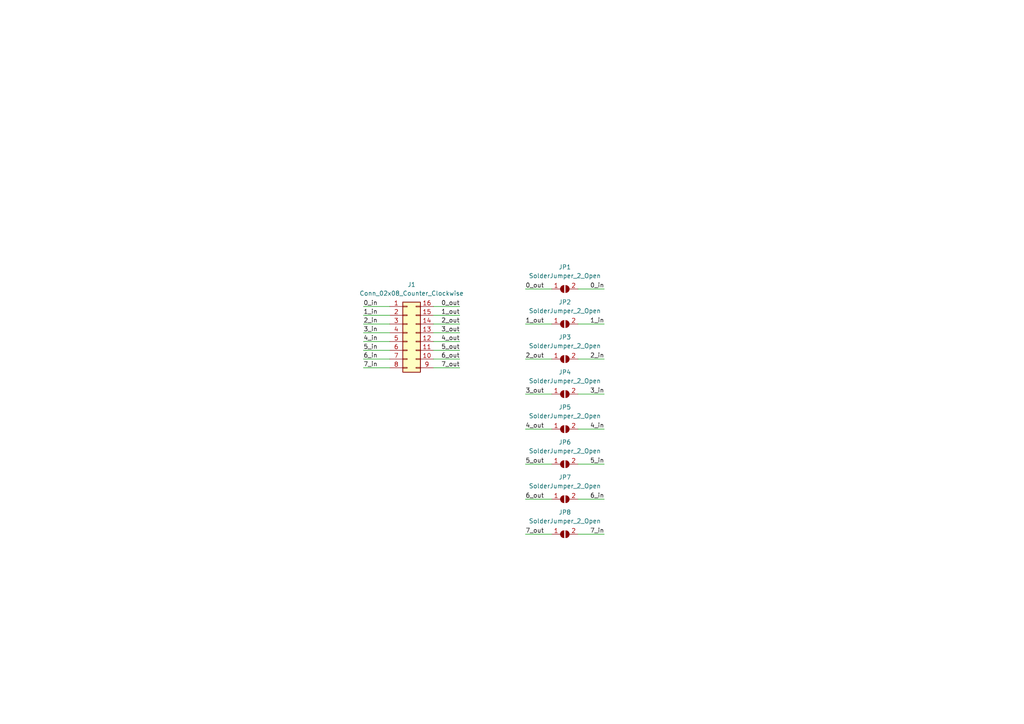
<source format=kicad_sch>
(kicad_sch (version 20211123) (generator eeschema)

  (uuid b424bbc4-82ec-4499-b1ae-ced6a441807c)

  (paper "A4")

  (lib_symbols
    (symbol "Connector_Generic:Conn_02x08_Counter_Clockwise" (pin_names (offset 1.016) hide) (in_bom yes) (on_board yes)
      (property "Reference" "J" (id 0) (at 1.27 10.16 0)
        (effects (font (size 1.27 1.27)))
      )
      (property "Value" "Conn_02x08_Counter_Clockwise" (id 1) (at 1.27 -12.7 0)
        (effects (font (size 1.27 1.27)))
      )
      (property "Footprint" "" (id 2) (at 0 0 0)
        (effects (font (size 1.27 1.27)) hide)
      )
      (property "Datasheet" "~" (id 3) (at 0 0 0)
        (effects (font (size 1.27 1.27)) hide)
      )
      (property "ki_keywords" "connector" (id 4) (at 0 0 0)
        (effects (font (size 1.27 1.27)) hide)
      )
      (property "ki_description" "Generic connector, double row, 02x08, counter clockwise pin numbering scheme (similar to DIP package numbering), script generated (kicad-library-utils/schlib/autogen/connector/)" (id 5) (at 0 0 0)
        (effects (font (size 1.27 1.27)) hide)
      )
      (property "ki_fp_filters" "Connector*:*_2x??_*" (id 6) (at 0 0 0)
        (effects (font (size 1.27 1.27)) hide)
      )
      (symbol "Conn_02x08_Counter_Clockwise_1_1"
        (rectangle (start -1.27 -10.033) (end 0 -10.287)
          (stroke (width 0.1524) (type default) (color 0 0 0 0))
          (fill (type none))
        )
        (rectangle (start -1.27 -7.493) (end 0 -7.747)
          (stroke (width 0.1524) (type default) (color 0 0 0 0))
          (fill (type none))
        )
        (rectangle (start -1.27 -4.953) (end 0 -5.207)
          (stroke (width 0.1524) (type default) (color 0 0 0 0))
          (fill (type none))
        )
        (rectangle (start -1.27 -2.413) (end 0 -2.667)
          (stroke (width 0.1524) (type default) (color 0 0 0 0))
          (fill (type none))
        )
        (rectangle (start -1.27 0.127) (end 0 -0.127)
          (stroke (width 0.1524) (type default) (color 0 0 0 0))
          (fill (type none))
        )
        (rectangle (start -1.27 2.667) (end 0 2.413)
          (stroke (width 0.1524) (type default) (color 0 0 0 0))
          (fill (type none))
        )
        (rectangle (start -1.27 5.207) (end 0 4.953)
          (stroke (width 0.1524) (type default) (color 0 0 0 0))
          (fill (type none))
        )
        (rectangle (start -1.27 7.747) (end 0 7.493)
          (stroke (width 0.1524) (type default) (color 0 0 0 0))
          (fill (type none))
        )
        (rectangle (start -1.27 8.89) (end 3.81 -11.43)
          (stroke (width 0.254) (type default) (color 0 0 0 0))
          (fill (type background))
        )
        (rectangle (start 3.81 -10.033) (end 2.54 -10.287)
          (stroke (width 0.1524) (type default) (color 0 0 0 0))
          (fill (type none))
        )
        (rectangle (start 3.81 -7.493) (end 2.54 -7.747)
          (stroke (width 0.1524) (type default) (color 0 0 0 0))
          (fill (type none))
        )
        (rectangle (start 3.81 -4.953) (end 2.54 -5.207)
          (stroke (width 0.1524) (type default) (color 0 0 0 0))
          (fill (type none))
        )
        (rectangle (start 3.81 -2.413) (end 2.54 -2.667)
          (stroke (width 0.1524) (type default) (color 0 0 0 0))
          (fill (type none))
        )
        (rectangle (start 3.81 0.127) (end 2.54 -0.127)
          (stroke (width 0.1524) (type default) (color 0 0 0 0))
          (fill (type none))
        )
        (rectangle (start 3.81 2.667) (end 2.54 2.413)
          (stroke (width 0.1524) (type default) (color 0 0 0 0))
          (fill (type none))
        )
        (rectangle (start 3.81 5.207) (end 2.54 4.953)
          (stroke (width 0.1524) (type default) (color 0 0 0 0))
          (fill (type none))
        )
        (rectangle (start 3.81 7.747) (end 2.54 7.493)
          (stroke (width 0.1524) (type default) (color 0 0 0 0))
          (fill (type none))
        )
        (pin passive line (at -5.08 7.62 0) (length 3.81)
          (name "Pin_1" (effects (font (size 1.27 1.27))))
          (number "1" (effects (font (size 1.27 1.27))))
        )
        (pin passive line (at 7.62 -7.62 180) (length 3.81)
          (name "Pin_10" (effects (font (size 1.27 1.27))))
          (number "10" (effects (font (size 1.27 1.27))))
        )
        (pin passive line (at 7.62 -5.08 180) (length 3.81)
          (name "Pin_11" (effects (font (size 1.27 1.27))))
          (number "11" (effects (font (size 1.27 1.27))))
        )
        (pin passive line (at 7.62 -2.54 180) (length 3.81)
          (name "Pin_12" (effects (font (size 1.27 1.27))))
          (number "12" (effects (font (size 1.27 1.27))))
        )
        (pin passive line (at 7.62 0 180) (length 3.81)
          (name "Pin_13" (effects (font (size 1.27 1.27))))
          (number "13" (effects (font (size 1.27 1.27))))
        )
        (pin passive line (at 7.62 2.54 180) (length 3.81)
          (name "Pin_14" (effects (font (size 1.27 1.27))))
          (number "14" (effects (font (size 1.27 1.27))))
        )
        (pin passive line (at 7.62 5.08 180) (length 3.81)
          (name "Pin_15" (effects (font (size 1.27 1.27))))
          (number "15" (effects (font (size 1.27 1.27))))
        )
        (pin passive line (at 7.62 7.62 180) (length 3.81)
          (name "Pin_16" (effects (font (size 1.27 1.27))))
          (number "16" (effects (font (size 1.27 1.27))))
        )
        (pin passive line (at -5.08 5.08 0) (length 3.81)
          (name "Pin_2" (effects (font (size 1.27 1.27))))
          (number "2" (effects (font (size 1.27 1.27))))
        )
        (pin passive line (at -5.08 2.54 0) (length 3.81)
          (name "Pin_3" (effects (font (size 1.27 1.27))))
          (number "3" (effects (font (size 1.27 1.27))))
        )
        (pin passive line (at -5.08 0 0) (length 3.81)
          (name "Pin_4" (effects (font (size 1.27 1.27))))
          (number "4" (effects (font (size 1.27 1.27))))
        )
        (pin passive line (at -5.08 -2.54 0) (length 3.81)
          (name "Pin_5" (effects (font (size 1.27 1.27))))
          (number "5" (effects (font (size 1.27 1.27))))
        )
        (pin passive line (at -5.08 -5.08 0) (length 3.81)
          (name "Pin_6" (effects (font (size 1.27 1.27))))
          (number "6" (effects (font (size 1.27 1.27))))
        )
        (pin passive line (at -5.08 -7.62 0) (length 3.81)
          (name "Pin_7" (effects (font (size 1.27 1.27))))
          (number "7" (effects (font (size 1.27 1.27))))
        )
        (pin passive line (at -5.08 -10.16 0) (length 3.81)
          (name "Pin_8" (effects (font (size 1.27 1.27))))
          (number "8" (effects (font (size 1.27 1.27))))
        )
        (pin passive line (at 7.62 -10.16 180) (length 3.81)
          (name "Pin_9" (effects (font (size 1.27 1.27))))
          (number "9" (effects (font (size 1.27 1.27))))
        )
      )
    )
    (symbol "Jumper:SolderJumper_2_Open" (pin_names (offset 0) hide) (in_bom yes) (on_board yes)
      (property "Reference" "JP" (id 0) (at 0 2.032 0)
        (effects (font (size 1.27 1.27)))
      )
      (property "Value" "SolderJumper_2_Open" (id 1) (at 0 -2.54 0)
        (effects (font (size 1.27 1.27)))
      )
      (property "Footprint" "" (id 2) (at 0 0 0)
        (effects (font (size 1.27 1.27)) hide)
      )
      (property "Datasheet" "~" (id 3) (at 0 0 0)
        (effects (font (size 1.27 1.27)) hide)
      )
      (property "ki_keywords" "solder jumper SPST" (id 4) (at 0 0 0)
        (effects (font (size 1.27 1.27)) hide)
      )
      (property "ki_description" "Solder Jumper, 2-pole, open" (id 5) (at 0 0 0)
        (effects (font (size 1.27 1.27)) hide)
      )
      (property "ki_fp_filters" "SolderJumper*Open*" (id 6) (at 0 0 0)
        (effects (font (size 1.27 1.27)) hide)
      )
      (symbol "SolderJumper_2_Open_0_1"
        (arc (start -0.254 1.016) (mid -1.27 0) (end -0.254 -1.016)
          (stroke (width 0) (type default) (color 0 0 0 0))
          (fill (type none))
        )
        (arc (start -0.254 1.016) (mid -1.27 0) (end -0.254 -1.016)
          (stroke (width 0) (type default) (color 0 0 0 0))
          (fill (type outline))
        )
        (polyline
          (pts
            (xy -0.254 1.016)
            (xy -0.254 -1.016)
          )
          (stroke (width 0) (type default) (color 0 0 0 0))
          (fill (type none))
        )
        (polyline
          (pts
            (xy 0.254 1.016)
            (xy 0.254 -1.016)
          )
          (stroke (width 0) (type default) (color 0 0 0 0))
          (fill (type none))
        )
        (arc (start 0.254 -1.016) (mid 1.27 0) (end 0.254 1.016)
          (stroke (width 0) (type default) (color 0 0 0 0))
          (fill (type none))
        )
        (arc (start 0.254 -1.016) (mid 1.27 0) (end 0.254 1.016)
          (stroke (width 0) (type default) (color 0 0 0 0))
          (fill (type outline))
        )
      )
      (symbol "SolderJumper_2_Open_1_1"
        (pin passive line (at -3.81 0 0) (length 2.54)
          (name "A" (effects (font (size 1.27 1.27))))
          (number "1" (effects (font (size 1.27 1.27))))
        )
        (pin passive line (at 3.81 0 180) (length 2.54)
          (name "B" (effects (font (size 1.27 1.27))))
          (number "2" (effects (font (size 1.27 1.27))))
        )
      )
    )
  )


  (wire (pts (xy 125.73 93.98) (xy 133.35 93.98))
    (stroke (width 0) (type default) (color 0 0 0 0))
    (uuid 169690be-de2c-42da-920b-d60bf15c9e86)
  )
  (wire (pts (xy 125.73 91.44) (xy 133.35 91.44))
    (stroke (width 0) (type default) (color 0 0 0 0))
    (uuid 173a4941-0855-45b6-a1b0-d8dc852ea033)
  )
  (wire (pts (xy 167.64 154.94) (xy 175.26 154.94))
    (stroke (width 0) (type default) (color 0 0 0 0))
    (uuid 235ecc98-eaad-4495-a83b-204d09cd6f56)
  )
  (wire (pts (xy 167.64 114.3) (xy 175.26 114.3))
    (stroke (width 0) (type default) (color 0 0 0 0))
    (uuid 2fbbdc25-8842-4b23-8d60-0140048007ac)
  )
  (wire (pts (xy 105.41 99.06) (xy 113.03 99.06))
    (stroke (width 0) (type default) (color 0 0 0 0))
    (uuid 388df056-6bf6-4ee8-a25e-b5bfe713dc63)
  )
  (wire (pts (xy 152.4 114.3) (xy 160.02 114.3))
    (stroke (width 0) (type default) (color 0 0 0 0))
    (uuid 38b9b798-f617-4518-8d37-146f8e3adc0a)
  )
  (wire (pts (xy 105.41 106.68) (xy 113.03 106.68))
    (stroke (width 0) (type default) (color 0 0 0 0))
    (uuid 401e76c7-091e-4bba-970e-bd0fd77e1c55)
  )
  (wire (pts (xy 167.64 144.78) (xy 175.26 144.78))
    (stroke (width 0) (type default) (color 0 0 0 0))
    (uuid 4fd7eacb-23b3-4eb0-8865-0fed9219159c)
  )
  (wire (pts (xy 167.64 83.82) (xy 175.26 83.82))
    (stroke (width 0) (type default) (color 0 0 0 0))
    (uuid 505243fa-a255-48c5-8c8d-4fc6b70f78ec)
  )
  (wire (pts (xy 125.73 106.68) (xy 133.35 106.68))
    (stroke (width 0) (type default) (color 0 0 0 0))
    (uuid 5ac7c0b1-2e79-4668-b7c5-f8a7bf51956e)
  )
  (wire (pts (xy 125.73 96.52) (xy 133.35 96.52))
    (stroke (width 0) (type default) (color 0 0 0 0))
    (uuid 5caefc7a-082f-4a52-b4c2-950eb52a03d8)
  )
  (wire (pts (xy 105.41 101.6) (xy 113.03 101.6))
    (stroke (width 0) (type default) (color 0 0 0 0))
    (uuid 5ce82c1f-0fee-4523-bffc-df4f7633b9ac)
  )
  (wire (pts (xy 152.4 144.78) (xy 160.02 144.78))
    (stroke (width 0) (type default) (color 0 0 0 0))
    (uuid 5e560a65-7fe3-41d4-afb0-a9f306cde0f4)
  )
  (wire (pts (xy 167.64 104.14) (xy 175.26 104.14))
    (stroke (width 0) (type default) (color 0 0 0 0))
    (uuid 63d78779-9642-40ac-9df9-2e91da6f5c01)
  )
  (wire (pts (xy 152.4 134.62) (xy 160.02 134.62))
    (stroke (width 0) (type default) (color 0 0 0 0))
    (uuid 72ba2c3a-ba65-412c-8564-e958fc986495)
  )
  (wire (pts (xy 167.64 93.98) (xy 175.26 93.98))
    (stroke (width 0) (type default) (color 0 0 0 0))
    (uuid 77dacccf-baad-4d37-ad16-e81692343906)
  )
  (wire (pts (xy 125.73 88.9) (xy 133.35 88.9))
    (stroke (width 0) (type default) (color 0 0 0 0))
    (uuid 7e4bbdb2-94ae-449a-9225-a22b51553805)
  )
  (wire (pts (xy 152.4 124.46) (xy 160.02 124.46))
    (stroke (width 0) (type default) (color 0 0 0 0))
    (uuid 8418368b-19c2-4713-8081-33a9d9091503)
  )
  (wire (pts (xy 152.4 104.14) (xy 160.02 104.14))
    (stroke (width 0) (type default) (color 0 0 0 0))
    (uuid 89fb2fb3-d364-4e58-88d7-53f2137b11e3)
  )
  (wire (pts (xy 105.41 96.52) (xy 113.03 96.52))
    (stroke (width 0) (type default) (color 0 0 0 0))
    (uuid 94b4a10b-9219-40fe-b5d0-007baf3f9dd2)
  )
  (wire (pts (xy 152.4 93.98) (xy 160.02 93.98))
    (stroke (width 0) (type default) (color 0 0 0 0))
    (uuid 9dff32db-6e5f-44ee-a5ed-005410a32e0f)
  )
  (wire (pts (xy 105.41 104.14) (xy 113.03 104.14))
    (stroke (width 0) (type default) (color 0 0 0 0))
    (uuid acc85378-a818-4b32-9e30-7adb86855716)
  )
  (wire (pts (xy 125.73 104.14) (xy 133.35 104.14))
    (stroke (width 0) (type default) (color 0 0 0 0))
    (uuid ae0a48be-835f-46ed-bbc6-10a77d6a8f61)
  )
  (wire (pts (xy 125.73 99.06) (xy 133.35 99.06))
    (stroke (width 0) (type default) (color 0 0 0 0))
    (uuid b0008671-fb3d-41e3-a7d5-1fa802e6a2ac)
  )
  (wire (pts (xy 105.41 93.98) (xy 113.03 93.98))
    (stroke (width 0) (type default) (color 0 0 0 0))
    (uuid baf7ebcb-0cfb-4ccb-9e48-ff958dca9067)
  )
  (wire (pts (xy 125.73 101.6) (xy 133.35 101.6))
    (stroke (width 0) (type default) (color 0 0 0 0))
    (uuid c5e2cef5-72f5-4311-b12b-d849ca38ed15)
  )
  (wire (pts (xy 167.64 124.46) (xy 175.26 124.46))
    (stroke (width 0) (type default) (color 0 0 0 0))
    (uuid c7777e01-d07c-4377-b5f4-554f0fcedb59)
  )
  (wire (pts (xy 152.4 154.94) (xy 160.02 154.94))
    (stroke (width 0) (type default) (color 0 0 0 0))
    (uuid ce0475f3-b511-4aa1-b18b-3a76802d3dd1)
  )
  (wire (pts (xy 152.4 83.82) (xy 160.02 83.82))
    (stroke (width 0) (type default) (color 0 0 0 0))
    (uuid e04e05c1-a67f-4b60-b7b5-fd7cd151fd87)
  )
  (wire (pts (xy 167.64 134.62) (xy 175.26 134.62))
    (stroke (width 0) (type default) (color 0 0 0 0))
    (uuid e6e6bb6f-07f9-4082-90b8-38097af2cf64)
  )
  (wire (pts (xy 105.41 91.44) (xy 113.03 91.44))
    (stroke (width 0) (type default) (color 0 0 0 0))
    (uuid ee0c81af-99ec-4db1-9931-6be8b42750e1)
  )
  (wire (pts (xy 105.41 88.9) (xy 113.03 88.9))
    (stroke (width 0) (type default) (color 0 0 0 0))
    (uuid eec14632-2c6c-4b2d-b839-ea485be9aa29)
  )

  (label "7_out" (at 133.35 106.68 180)
    (effects (font (size 1.27 1.27)) (justify right bottom))
    (uuid 0cbdfef4-c5af-450e-af74-c66fc60b393d)
  )
  (label "2_out" (at 152.4 104.14 0)
    (effects (font (size 1.27 1.27)) (justify left bottom))
    (uuid 158127a6-894f-47d3-9eed-c3a60024a618)
  )
  (label "6_in" (at 105.41 104.14 0)
    (effects (font (size 1.27 1.27)) (justify left bottom))
    (uuid 1c0e9029-fe8e-4cc9-8527-43c3990b3f8b)
  )
  (label "1_in" (at 105.41 91.44 0)
    (effects (font (size 1.27 1.27)) (justify left bottom))
    (uuid 22ec866d-9f14-4a3a-b1f6-851410f8c010)
  )
  (label "3_in" (at 105.41 96.52 0)
    (effects (font (size 1.27 1.27)) (justify left bottom))
    (uuid 3781b92f-de93-4f81-b5cd-bdc2c2653aab)
  )
  (label "4_out" (at 152.4 124.46 0)
    (effects (font (size 1.27 1.27)) (justify left bottom))
    (uuid 37a2d0d3-2a20-4827-b21e-d2ff614307df)
  )
  (label "6_out" (at 133.35 104.14 180)
    (effects (font (size 1.27 1.27)) (justify right bottom))
    (uuid 401d7ee1-9de9-43d3-bffd-06e40661cae8)
  )
  (label "1_out" (at 152.4 93.98 0)
    (effects (font (size 1.27 1.27)) (justify left bottom))
    (uuid 48e1c977-eac0-442b-ad59-b3e48ad14d74)
  )
  (label "6_in" (at 175.26 144.78 180)
    (effects (font (size 1.27 1.27)) (justify right bottom))
    (uuid 4950c0f6-5754-48f6-a070-bda4b80fc176)
  )
  (label "4_out" (at 133.35 99.06 180)
    (effects (font (size 1.27 1.27)) (justify right bottom))
    (uuid 53fb9374-491a-4aa0-a63d-179387e25311)
  )
  (label "5_in" (at 175.26 134.62 180)
    (effects (font (size 1.27 1.27)) (justify right bottom))
    (uuid 5400b207-d1ed-4c1d-94f4-c2be5d788d3a)
  )
  (label "4_in" (at 175.26 124.46 180)
    (effects (font (size 1.27 1.27)) (justify right bottom))
    (uuid 56366f91-aae3-49e2-9b16-ed6d5b3609da)
  )
  (label "5_in" (at 105.41 101.6 0)
    (effects (font (size 1.27 1.27)) (justify left bottom))
    (uuid 5b3471f6-73cd-4f72-8291-0e8116f7c356)
  )
  (label "5_out" (at 133.35 101.6 180)
    (effects (font (size 1.27 1.27)) (justify right bottom))
    (uuid 65bf4c8a-d633-4534-870c-54db6afec7cc)
  )
  (label "1_in" (at 175.26 93.98 180)
    (effects (font (size 1.27 1.27)) (justify right bottom))
    (uuid 6b1710c7-3e9c-4ec6-aa9f-7272fc930ce4)
  )
  (label "1_out" (at 133.35 91.44 180)
    (effects (font (size 1.27 1.27)) (justify right bottom))
    (uuid 7d07ac3f-c764-4882-ab98-a4d73b99ed2c)
  )
  (label "0_out" (at 133.35 88.9 180)
    (effects (font (size 1.27 1.27)) (justify right bottom))
    (uuid 7fed5154-c88e-419c-ae87-7e000e1818a1)
  )
  (label "2_in" (at 175.26 104.14 180)
    (effects (font (size 1.27 1.27)) (justify right bottom))
    (uuid 84ddcd73-1c46-4fcf-b624-7521c10818a9)
  )
  (label "0_in" (at 175.26 83.82 180)
    (effects (font (size 1.27 1.27)) (justify right bottom))
    (uuid 8836e9b9-6b9e-426c-b59f-38f56560c6f1)
  )
  (label "7_out" (at 152.4 154.94 0)
    (effects (font (size 1.27 1.27)) (justify left bottom))
    (uuid 89c461be-540b-4c99-bbcd-75f84465e14a)
  )
  (label "3_in" (at 175.26 114.3 180)
    (effects (font (size 1.27 1.27)) (justify right bottom))
    (uuid ad630a89-c5e9-4bc4-9722-580b2fb6cd8b)
  )
  (label "2_in" (at 105.41 93.98 0)
    (effects (font (size 1.27 1.27)) (justify left bottom))
    (uuid c65bec69-7968-4673-9d41-6759efc372ce)
  )
  (label "3_out" (at 133.35 96.52 180)
    (effects (font (size 1.27 1.27)) (justify right bottom))
    (uuid cb22b69c-df30-4e6e-a5a1-29e7ab3632d4)
  )
  (label "2_out" (at 133.35 93.98 180)
    (effects (font (size 1.27 1.27)) (justify right bottom))
    (uuid cc303093-4a07-4543-9273-b17855d69881)
  )
  (label "0_out" (at 152.4 83.82 0)
    (effects (font (size 1.27 1.27)) (justify left bottom))
    (uuid cfa717af-d77e-4905-ba1a-627e6445d9e2)
  )
  (label "6_out" (at 152.4 144.78 0)
    (effects (font (size 1.27 1.27)) (justify left bottom))
    (uuid d3084c05-1174-46ec-a1f5-a7a83fcc2ad1)
  )
  (label "0_in" (at 105.41 88.9 0)
    (effects (font (size 1.27 1.27)) (justify left bottom))
    (uuid dad330e1-5660-4728-9ba6-e993983c6133)
  )
  (label "4_in" (at 105.41 99.06 0)
    (effects (font (size 1.27 1.27)) (justify left bottom))
    (uuid f1cee63c-55b7-44cd-aa2b-48506883cd6a)
  )
  (label "7_in" (at 175.26 154.94 180)
    (effects (font (size 1.27 1.27)) (justify right bottom))
    (uuid f58347ca-8735-4b64-9ae1-f0ddf65e0807)
  )
  (label "7_in" (at 105.41 106.68 0)
    (effects (font (size 1.27 1.27)) (justify left bottom))
    (uuid f6ce69e6-3068-4808-be48-252dd2db557e)
  )
  (label "3_out" (at 152.4 114.3 0)
    (effects (font (size 1.27 1.27)) (justify left bottom))
    (uuid f7e7fe9b-1d28-478b-bb2e-b08b97e36735)
  )
  (label "5_out" (at 152.4 134.62 0)
    (effects (font (size 1.27 1.27)) (justify left bottom))
    (uuid f9b1214b-c047-4b8a-832d-cb5b46143393)
  )

  (symbol (lib_id "Connector_Generic:Conn_02x08_Counter_Clockwise") (at 118.11 96.52 0) (unit 1)
    (in_bom yes) (on_board yes) (fields_autoplaced)
    (uuid 066938d8-4625-4c9c-af79-52ab94fa02ee)
    (property "Reference" "J1" (id 0) (at 119.38 82.55 0))
    (property "Value" "Conn_02x08_Counter_Clockwise" (id 1) (at 119.38 85.09 0))
    (property "Footprint" "Connector_PinSocket_2.54mm:PinSocket_2x08_P2.54mm_Vertical_SMD" (id 2) (at 118.11 96.52 0)
      (effects (font (size 1.27 1.27)) hide)
    )
    (property "Datasheet" "~" (id 3) (at 118.11 96.52 0)
      (effects (font (size 1.27 1.27)) hide)
    )
    (pin "1" (uuid 49298317-b61e-4497-8e18-352b315e4c2c))
    (pin "10" (uuid b2f26334-654c-4039-bb53-a0ad2341f968))
    (pin "11" (uuid 1b675744-8a66-4174-8fd5-5250890e0dca))
    (pin "12" (uuid c1f31665-84bc-4816-9403-5282f3f0f19b))
    (pin "13" (uuid 2523fbb0-a07a-4182-8c27-1698a511fba6))
    (pin "14" (uuid f6bb35d6-2240-416d-b983-d8b0860bb14d))
    (pin "15" (uuid ed4b399d-1721-4aa6-a24b-4be625714920))
    (pin "16" (uuid 73d64097-4b3a-471e-9fb9-fd7caf2a360a))
    (pin "2" (uuid 28d70da9-1524-446a-8c41-7738a5a102f8))
    (pin "3" (uuid 80d7642a-0c55-4c81-842f-0cac19c0cf9d))
    (pin "4" (uuid 190702c9-6f54-4339-a86a-a2c50741cdc8))
    (pin "5" (uuid 635693a7-1f61-43e0-a924-2a28cd79cfb8))
    (pin "6" (uuid a4817af0-3a22-4b4c-b335-588dc7359fb5))
    (pin "7" (uuid 4f46b360-c75e-4f94-adcd-23d35c81101b))
    (pin "8" (uuid 5cd8e1bc-07da-44cf-b676-36ebbf9108cb))
    (pin "9" (uuid aca2ffdb-b65b-493c-9953-023264965786))
  )

  (symbol (lib_id "Jumper:SolderJumper_2_Open") (at 163.83 154.94 0) (unit 1)
    (in_bom yes) (on_board yes) (fields_autoplaced)
    (uuid 329788eb-1554-4c3f-8b3b-350c6239ff97)
    (property "Reference" "JP8" (id 0) (at 163.83 148.59 0))
    (property "Value" "SolderJumper_2_Open" (id 1) (at 163.83 151.13 0))
    (property "Footprint" "Jumper:SolderJumper-2_P1.3mm_Open_TrianglePad1.0x1.5mm" (id 2) (at 163.83 154.94 0)
      (effects (font (size 1.27 1.27)) hide)
    )
    (property "Datasheet" "~" (id 3) (at 163.83 154.94 0)
      (effects (font (size 1.27 1.27)) hide)
    )
    (pin "1" (uuid c706d549-7292-449f-b9ee-ede36de74f6d))
    (pin "2" (uuid d843fb37-fdc5-4f55-923a-70b0d40abed0))
  )

  (symbol (lib_id "Jumper:SolderJumper_2_Open") (at 163.83 93.98 0) (unit 1)
    (in_bom yes) (on_board yes) (fields_autoplaced)
    (uuid 4e608c51-2802-42a7-b3c9-67b9e04b2da0)
    (property "Reference" "JP2" (id 0) (at 163.83 87.63 0))
    (property "Value" "SolderJumper_2_Open" (id 1) (at 163.83 90.17 0))
    (property "Footprint" "Jumper:SolderJumper-2_P1.3mm_Open_TrianglePad1.0x1.5mm" (id 2) (at 163.83 93.98 0)
      (effects (font (size 1.27 1.27)) hide)
    )
    (property "Datasheet" "~" (id 3) (at 163.83 93.98 0)
      (effects (font (size 1.27 1.27)) hide)
    )
    (pin "1" (uuid 1ccc70c5-1669-45f9-900b-fe878257e046))
    (pin "2" (uuid 77286771-dc39-4daf-9d5d-096b36394b63))
  )

  (symbol (lib_id "Jumper:SolderJumper_2_Open") (at 163.83 134.62 0) (unit 1)
    (in_bom yes) (on_board yes) (fields_autoplaced)
    (uuid 52ab2ef1-48d9-4bd1-b7da-2825e620641e)
    (property "Reference" "JP6" (id 0) (at 163.83 128.27 0))
    (property "Value" "SolderJumper_2_Open" (id 1) (at 163.83 130.81 0))
    (property "Footprint" "Jumper:SolderJumper-2_P1.3mm_Open_TrianglePad1.0x1.5mm" (id 2) (at 163.83 134.62 0)
      (effects (font (size 1.27 1.27)) hide)
    )
    (property "Datasheet" "~" (id 3) (at 163.83 134.62 0)
      (effects (font (size 1.27 1.27)) hide)
    )
    (pin "1" (uuid 65d43f93-9150-4438-af83-7f90225cc4b7))
    (pin "2" (uuid e404526a-6aa6-419a-bd8d-d1a62a04d177))
  )

  (symbol (lib_id "Jumper:SolderJumper_2_Open") (at 163.83 144.78 0) (unit 1)
    (in_bom yes) (on_board yes) (fields_autoplaced)
    (uuid 7728efcb-293f-40ca-9654-4eb42f0f7dff)
    (property "Reference" "JP7" (id 0) (at 163.83 138.43 0))
    (property "Value" "SolderJumper_2_Open" (id 1) (at 163.83 140.97 0))
    (property "Footprint" "Jumper:SolderJumper-2_P1.3mm_Open_TrianglePad1.0x1.5mm" (id 2) (at 163.83 144.78 0)
      (effects (font (size 1.27 1.27)) hide)
    )
    (property "Datasheet" "~" (id 3) (at 163.83 144.78 0)
      (effects (font (size 1.27 1.27)) hide)
    )
    (pin "1" (uuid 716a55cf-6b27-4142-9471-67b5307782d2))
    (pin "2" (uuid c73d1dce-cbc7-4d93-9746-fec08c6a058f))
  )

  (symbol (lib_id "Jumper:SolderJumper_2_Open") (at 163.83 124.46 0) (unit 1)
    (in_bom yes) (on_board yes) (fields_autoplaced)
    (uuid 872bf91a-c8eb-486c-94ae-9503bc3cd543)
    (property "Reference" "JP5" (id 0) (at 163.83 118.11 0))
    (property "Value" "SolderJumper_2_Open" (id 1) (at 163.83 120.65 0))
    (property "Footprint" "Jumper:SolderJumper-2_P1.3mm_Open_TrianglePad1.0x1.5mm" (id 2) (at 163.83 124.46 0)
      (effects (font (size 1.27 1.27)) hide)
    )
    (property "Datasheet" "~" (id 3) (at 163.83 124.46 0)
      (effects (font (size 1.27 1.27)) hide)
    )
    (pin "1" (uuid 213f2abe-874b-4817-9293-0daab69e38c9))
    (pin "2" (uuid 1169821d-eade-46b2-8f84-c3e0e6f28a9d))
  )

  (symbol (lib_id "Jumper:SolderJumper_2_Open") (at 163.83 114.3 0) (unit 1)
    (in_bom yes) (on_board yes) (fields_autoplaced)
    (uuid a5027021-7fd6-4427-bb9b-2dc1be7fcd36)
    (property "Reference" "JP4" (id 0) (at 163.83 107.95 0))
    (property "Value" "SolderJumper_2_Open" (id 1) (at 163.83 110.49 0))
    (property "Footprint" "Jumper:SolderJumper-2_P1.3mm_Open_TrianglePad1.0x1.5mm" (id 2) (at 163.83 114.3 0)
      (effects (font (size 1.27 1.27)) hide)
    )
    (property "Datasheet" "~" (id 3) (at 163.83 114.3 0)
      (effects (font (size 1.27 1.27)) hide)
    )
    (pin "1" (uuid 810bd1b5-4a0a-4321-b627-7e78226b820a))
    (pin "2" (uuid 3b294e93-1dbe-4bda-a37d-57bb1f04c328))
  )

  (symbol (lib_id "Jumper:SolderJumper_2_Open") (at 163.83 83.82 0) (unit 1)
    (in_bom yes) (on_board yes) (fields_autoplaced)
    (uuid e30b7a07-1a7e-4b39-b837-3bf8c2ff4868)
    (property "Reference" "JP1" (id 0) (at 163.83 77.47 0))
    (property "Value" "SolderJumper_2_Open" (id 1) (at 163.83 80.01 0))
    (property "Footprint" "Jumper:SolderJumper-2_P1.3mm_Open_TrianglePad1.0x1.5mm" (id 2) (at 163.83 83.82 0)
      (effects (font (size 1.27 1.27)) hide)
    )
    (property "Datasheet" "~" (id 3) (at 163.83 83.82 0)
      (effects (font (size 1.27 1.27)) hide)
    )
    (pin "1" (uuid f6522828-8168-4e6b-bb5c-ca2e1fc7a783))
    (pin "2" (uuid 95d10ce2-ca2d-4f79-86a2-b719e4c4b422))
  )

  (symbol (lib_id "Jumper:SolderJumper_2_Open") (at 163.83 104.14 0) (unit 1)
    (in_bom yes) (on_board yes) (fields_autoplaced)
    (uuid e7dce737-5703-44ad-9e87-95bc86c0c98a)
    (property "Reference" "JP3" (id 0) (at 163.83 97.79 0))
    (property "Value" "SolderJumper_2_Open" (id 1) (at 163.83 100.33 0))
    (property "Footprint" "Jumper:SolderJumper-2_P1.3mm_Open_TrianglePad1.0x1.5mm" (id 2) (at 163.83 104.14 0)
      (effects (font (size 1.27 1.27)) hide)
    )
    (property "Datasheet" "~" (id 3) (at 163.83 104.14 0)
      (effects (font (size 1.27 1.27)) hide)
    )
    (pin "1" (uuid d8ec84b6-0b30-4189-ac63-181f3f479439))
    (pin "2" (uuid 01c99430-04e0-4405-acb4-0b1972f783fd))
  )

  (sheet_instances
    (path "/" (page "1"))
  )

  (symbol_instances
    (path "/066938d8-4625-4c9c-af79-52ab94fa02ee"
      (reference "J1") (unit 1) (value "Conn_02x08_Counter_Clockwise") (footprint "Connector_PinSocket_2.54mm:PinSocket_2x08_P2.54mm_Vertical_SMD")
    )
    (path "/e30b7a07-1a7e-4b39-b837-3bf8c2ff4868"
      (reference "JP1") (unit 1) (value "SolderJumper_2_Open") (footprint "Jumper:SolderJumper-2_P1.3mm_Open_TrianglePad1.0x1.5mm")
    )
    (path "/4e608c51-2802-42a7-b3c9-67b9e04b2da0"
      (reference "JP2") (unit 1) (value "SolderJumper_2_Open") (footprint "Jumper:SolderJumper-2_P1.3mm_Open_TrianglePad1.0x1.5mm")
    )
    (path "/e7dce737-5703-44ad-9e87-95bc86c0c98a"
      (reference "JP3") (unit 1) (value "SolderJumper_2_Open") (footprint "Jumper:SolderJumper-2_P1.3mm_Open_TrianglePad1.0x1.5mm")
    )
    (path "/a5027021-7fd6-4427-bb9b-2dc1be7fcd36"
      (reference "JP4") (unit 1) (value "SolderJumper_2_Open") (footprint "Jumper:SolderJumper-2_P1.3mm_Open_TrianglePad1.0x1.5mm")
    )
    (path "/872bf91a-c8eb-486c-94ae-9503bc3cd543"
      (reference "JP5") (unit 1) (value "SolderJumper_2_Open") (footprint "Jumper:SolderJumper-2_P1.3mm_Open_TrianglePad1.0x1.5mm")
    )
    (path "/52ab2ef1-48d9-4bd1-b7da-2825e620641e"
      (reference "JP6") (unit 1) (value "SolderJumper_2_Open") (footprint "Jumper:SolderJumper-2_P1.3mm_Open_TrianglePad1.0x1.5mm")
    )
    (path "/7728efcb-293f-40ca-9654-4eb42f0f7dff"
      (reference "JP7") (unit 1) (value "SolderJumper_2_Open") (footprint "Jumper:SolderJumper-2_P1.3mm_Open_TrianglePad1.0x1.5mm")
    )
    (path "/329788eb-1554-4c3f-8b3b-350c6239ff97"
      (reference "JP8") (unit 1) (value "SolderJumper_2_Open") (footprint "Jumper:SolderJumper-2_P1.3mm_Open_TrianglePad1.0x1.5mm")
    )
  )
)

</source>
